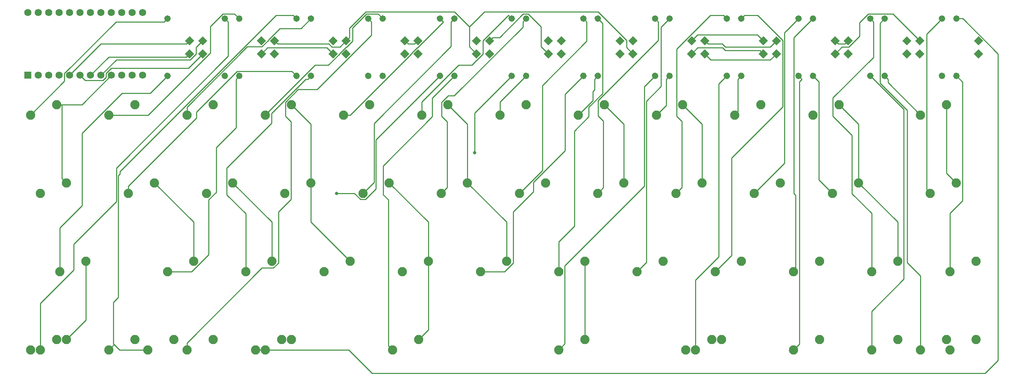
<source format=gbl>
G04 #@! TF.GenerationSoftware,KiCad,Pcbnew,5.1.7*
G04 #@! TF.CreationDate,2020-11-29T13:06:50+02:00*
G04 #@! TF.ProjectId,PM THT Van,504d2054-4854-4205-9661-6e2e6b696361,rev?*
G04 #@! TF.SameCoordinates,Original*
G04 #@! TF.FileFunction,Copper,L2,Bot*
G04 #@! TF.FilePolarity,Positive*
%FSLAX46Y46*%
G04 Gerber Fmt 4.6, Leading zero omitted, Abs format (unit mm)*
G04 Created by KiCad (PCBNEW 5.1.7) date 2020-11-29 13:06:50*
%MOMM*%
%LPD*%
G01*
G04 APERTURE LIST*
G04 #@! TA.AperFunction,ComponentPad*
%ADD10C,2.250000*%
G04 #@! TD*
G04 #@! TA.AperFunction,ComponentPad*
%ADD11C,0.100000*%
G04 #@! TD*
G04 #@! TA.AperFunction,ComponentPad*
%ADD12C,1.752600*%
G04 #@! TD*
G04 #@! TA.AperFunction,ComponentPad*
%ADD13R,1.752600X1.752600*%
G04 #@! TD*
G04 #@! TA.AperFunction,ViaPad*
%ADD14C,0.800000*%
G04 #@! TD*
G04 #@! TA.AperFunction,Conductor*
%ADD15C,0.250000*%
G04 #@! TD*
G04 APERTURE END LIST*
D10*
G04 #@! TO.P,SW19,2*
G04 #@! TO.N,COL4*
X139065000Y-125095000D03*
G04 #@! TO.P,SW19,1*
G04 #@! TO.N,Net-(D19-Pad2)*
X132715000Y-127635000D03*
G04 #@! TD*
G04 #@! TO.P,SW26,2*
G04 #@! TO.N,COL6*
X179546000Y-125095000D03*
G04 #@! TO.P,SW26,1*
G04 #@! TO.N,Net-(D26-Pad2)*
X173196000Y-127635000D03*
G04 #@! TD*
G04 #@! TO.P,SW46,2*
G04 #@! TO.N,COL11*
X267652000Y-67945000D03*
G04 #@! TO.P,SW46,1*
G04 #@! TO.N,Net-(D43-Pad2)*
X261302000Y-70485000D03*
G04 #@! TD*
G04 #@! TO.P,SW40,2*
G04 #@! TO.N,COL11*
X267652000Y-125095000D03*
G04 #@! TO.P,SW40,1*
G04 #@! TO.N,Net-(D41-Pad2)*
X261302000Y-127635000D03*
G04 #@! TD*
G04 #@! TO.P,SW3,2*
G04 #@! TO.N,COL0*
X58102500Y-106045000D03*
G04 #@! TO.P,SW3,1*
G04 #@! TO.N,Net-(D3-Pad2)*
X51752500Y-108585000D03*
G04 #@! TD*
G04 #@! TO.P,SW47,2*
G04 #@! TO.N,COL11*
X270034000Y-86995000D03*
G04 #@! TO.P,SW47,1*
G04 #@! TO.N,Net-(D44-Pad2)*
X263684000Y-89535000D03*
G04 #@! TD*
G04 #@! TO.P,SW35,2*
G04 #@! TO.N,COL8*
X236696000Y-125095000D03*
G04 #@! TO.P,SW35,1*
G04 #@! TO.N,Net-(D34-Pad2)*
X230346000Y-127635000D03*
G04 #@! TD*
G04 #@! TO.P,SW31,2*
G04 #@! TO.N,COL7*
X212884000Y-125095000D03*
G04 #@! TO.P,SW31,1*
G04 #@! TO.N,Net-(D30-Pad2)*
X206534000Y-127635000D03*
G04 #@! TD*
G04 #@! TO.P,SW8,2*
G04 #@! TO.N,COL1*
X79533800Y-125095000D03*
G04 #@! TO.P,SW8,1*
G04 #@! TO.N,Net-(D8-Pad2)*
X73183800Y-127635000D03*
G04 #@! TD*
G04 #@! TO.P,SW30,2*
G04 #@! TO.N,COL7*
X210502000Y-125095000D03*
G04 #@! TO.P,SW30,1*
G04 #@! TO.N,Net-(D30-Pad2)*
X204152000Y-127635000D03*
G04 #@! TD*
G04 #@! TO.P,SW12,2*
G04 #@! TO.N,COL3*
X105728000Y-125095000D03*
G04 #@! TO.P,SW12,1*
G04 #@! TO.N,N/C*
X99378000Y-127635000D03*
G04 #@! TD*
G04 #@! TO.P,SW4,2*
G04 #@! TO.N,COL0*
X53340000Y-125095000D03*
G04 #@! TO.P,SW4,1*
G04 #@! TO.N,Net-(D4-Pad2)*
X46990000Y-127635000D03*
G04 #@! TD*
G04 #@! TO.P,SW2,2*
G04 #@! TO.N,COL0*
X53340000Y-86995000D03*
G04 #@! TO.P,SW2,1*
G04 #@! TO.N,Net-(D2-Pad2)*
X46990000Y-89535000D03*
G04 #@! TD*
G04 #@! TO.P,SW53,2*
G04 #@! TO.N,COL3*
X108109000Y-125095000D03*
G04 #@! TO.P,SW53,1*
G04 #@! TO.N,N/C*
X101759000Y-127635000D03*
G04 #@! TD*
G04 #@! TO.P,SW52,2*
G04 #@! TO.N,COL2*
X89058800Y-125095000D03*
G04 #@! TO.P,SW52,1*
G04 #@! TO.N,Net-(D12-Pad2)*
X82708800Y-127635000D03*
G04 #@! TD*
G04 #@! TO.P,SW51,2*
G04 #@! TO.N,COL1*
X70008800Y-125095000D03*
G04 #@! TO.P,SW51,1*
G04 #@! TO.N,Net-(D8-Pad2)*
X63658800Y-127635000D03*
G04 #@! TD*
G04 #@! TO.P,SW50,2*
G04 #@! TO.N,COL0*
X50958800Y-125095000D03*
G04 #@! TO.P,SW50,1*
G04 #@! TO.N,Net-(D4-Pad2)*
X44608800Y-127635000D03*
G04 #@! TD*
G04 #@! TO.P,SW48,2*
G04 #@! TO.N,COL11*
X274796000Y-106045000D03*
G04 #@! TO.P,SW48,1*
G04 #@! TO.N,Net-(D45-Pad2)*
X268446000Y-108585000D03*
G04 #@! TD*
G04 #@! TO.P,SW45,2*
G04 #@! TO.N,COL10*
X241459000Y-67945000D03*
G04 #@! TO.P,SW45,1*
G04 #@! TO.N,Net-(D42-Pad2)*
X235109000Y-70485000D03*
G04 #@! TD*
G04 #@! TO.P,SW44,2*
G04 #@! TO.N,COL11*
X274796000Y-125095000D03*
G04 #@! TO.P,SW44,1*
G04 #@! TO.N,Net-(D41-Pad2)*
X268446000Y-127635000D03*
G04 #@! TD*
G04 #@! TO.P,SW43,2*
G04 #@! TO.N,COL10*
X255746000Y-106045000D03*
G04 #@! TO.P,SW43,1*
G04 #@! TO.N,Net-(D40-Pad2)*
X249396000Y-108585000D03*
G04 #@! TD*
G04 #@! TO.P,SW42,2*
G04 #@! TO.N,COL10*
X246221000Y-86995000D03*
G04 #@! TO.P,SW42,1*
G04 #@! TO.N,Net-(D39-Pad2)*
X239871000Y-89535000D03*
G04 #@! TD*
G04 #@! TO.P,SW41,2*
G04 #@! TO.N,COL9*
X255746000Y-125095000D03*
G04 #@! TO.P,SW41,1*
G04 #@! TO.N,Net-(D38-Pad2)*
X249396000Y-127635000D03*
G04 #@! TD*
G04 #@! TO.P,SW39,2*
G04 #@! TO.N,COL9*
X236696000Y-106045000D03*
G04 #@! TO.P,SW39,1*
G04 #@! TO.N,Net-(D37-Pad2)*
X230346000Y-108585000D03*
G04 #@! TD*
G04 #@! TO.P,SW38,2*
G04 #@! TO.N,COL9*
X227171000Y-86995000D03*
G04 #@! TO.P,SW38,1*
G04 #@! TO.N,Net-(D36-Pad2)*
X220821000Y-89535000D03*
G04 #@! TD*
G04 #@! TO.P,SW37,2*
G04 #@! TO.N,COL9*
X222409000Y-67945000D03*
G04 #@! TO.P,SW37,1*
G04 #@! TO.N,Net-(D35-Pad2)*
X216059000Y-70485000D03*
G04 #@! TD*
G04 #@! TO.P,SW36,2*
G04 #@! TO.N,COL8*
X236696000Y-125095000D03*
G04 #@! TO.P,SW36,1*
G04 #@! TO.N,Net-(D34-Pad2)*
X230346000Y-127635000D03*
G04 #@! TD*
G04 #@! TO.P,SW34,2*
G04 #@! TO.N,COL8*
X217646000Y-106045000D03*
G04 #@! TO.P,SW34,1*
G04 #@! TO.N,Net-(D33-Pad2)*
X211296000Y-108585000D03*
G04 #@! TD*
G04 #@! TO.P,SW33,2*
G04 #@! TO.N,COL8*
X208121000Y-86995000D03*
G04 #@! TO.P,SW33,1*
G04 #@! TO.N,Net-(D32-Pad2)*
X201771000Y-89535000D03*
G04 #@! TD*
G04 #@! TO.P,SW32,2*
G04 #@! TO.N,COL8*
X203359000Y-67945000D03*
G04 #@! TO.P,SW32,1*
G04 #@! TO.N,Net-(D31-Pad2)*
X197009000Y-70485000D03*
G04 #@! TD*
G04 #@! TO.P,SW29,2*
G04 #@! TO.N,COL7*
X198596000Y-106045000D03*
G04 #@! TO.P,SW29,1*
G04 #@! TO.N,Net-(D29-Pad2)*
X192246000Y-108585000D03*
G04 #@! TD*
G04 #@! TO.P,SW28,2*
G04 #@! TO.N,COL7*
X189071000Y-86995000D03*
G04 #@! TO.P,SW28,1*
G04 #@! TO.N,Net-(D28-Pad2)*
X182721000Y-89535000D03*
G04 #@! TD*
G04 #@! TO.P,SW27,2*
G04 #@! TO.N,COL7*
X184309000Y-67945000D03*
G04 #@! TO.P,SW27,1*
G04 #@! TO.N,Net-(D27-Pad2)*
X177959000Y-70485000D03*
G04 #@! TD*
G04 #@! TO.P,SW25,2*
G04 #@! TO.N,COL6*
X179546000Y-106045000D03*
G04 #@! TO.P,SW25,1*
G04 #@! TO.N,Net-(D25-Pad2)*
X173196000Y-108585000D03*
G04 #@! TD*
G04 #@! TO.P,SW24,2*
G04 #@! TO.N,COL6*
X170021000Y-86995000D03*
G04 #@! TO.P,SW24,1*
G04 #@! TO.N,Net-(D24-Pad2)*
X163671000Y-89535000D03*
G04 #@! TD*
G04 #@! TO.P,SW23,2*
G04 #@! TO.N,COL6*
X165259000Y-67945000D03*
G04 #@! TO.P,SW23,1*
G04 #@! TO.N,Net-(D23-Pad2)*
X158909000Y-70485000D03*
G04 #@! TD*
G04 #@! TO.P,SW22,2*
G04 #@! TO.N,COL5*
X160496000Y-106045000D03*
G04 #@! TO.P,SW22,1*
G04 #@! TO.N,Net-(D22-Pad2)*
X154146000Y-108585000D03*
G04 #@! TD*
G04 #@! TO.P,SW21,2*
G04 #@! TO.N,COL5*
X150971000Y-86995000D03*
G04 #@! TO.P,SW21,1*
G04 #@! TO.N,Net-(D21-Pad2)*
X144621000Y-89535000D03*
G04 #@! TD*
G04 #@! TO.P,SW20,2*
G04 #@! TO.N,COL5*
X146209000Y-67945000D03*
G04 #@! TO.P,SW20,1*
G04 #@! TO.N,Net-(D20-Pad2)*
X139859000Y-70485000D03*
G04 #@! TD*
G04 #@! TO.P,SW18,2*
G04 #@! TO.N,COL4*
X141446000Y-106045000D03*
G04 #@! TO.P,SW18,1*
G04 #@! TO.N,Net-(D18-Pad2)*
X135096000Y-108585000D03*
G04 #@! TD*
G04 #@! TO.P,SW17,2*
G04 #@! TO.N,COL4*
X131921000Y-86995000D03*
G04 #@! TO.P,SW17,1*
G04 #@! TO.N,Net-(D17-Pad2)*
X125571000Y-89535000D03*
G04 #@! TD*
G04 #@! TO.P,SW16,2*
G04 #@! TO.N,COL4*
X127159000Y-67945000D03*
G04 #@! TO.P,SW16,1*
G04 #@! TO.N,Net-(D16-Pad2)*
X120809000Y-70485000D03*
G04 #@! TD*
G04 #@! TO.P,SW15,2*
G04 #@! TO.N,COL3*
X122396000Y-106045000D03*
G04 #@! TO.P,SW15,1*
G04 #@! TO.N,Net-(D15-Pad2)*
X116046000Y-108585000D03*
G04 #@! TD*
G04 #@! TO.P,SW14,2*
G04 #@! TO.N,COL3*
X112871000Y-86995000D03*
G04 #@! TO.P,SW14,1*
G04 #@! TO.N,Net-(D14-Pad2)*
X106521000Y-89535000D03*
G04 #@! TD*
G04 #@! TO.P,SW13,2*
G04 #@! TO.N,COL3*
X108109000Y-67945000D03*
G04 #@! TO.P,SW13,1*
G04 #@! TO.N,Net-(D13-Pad2)*
X101759000Y-70485000D03*
G04 #@! TD*
G04 #@! TO.P,SW11,2*
G04 #@! TO.N,COL2*
X103346000Y-106045000D03*
G04 #@! TO.P,SW11,1*
G04 #@! TO.N,Net-(D11-Pad2)*
X96996000Y-108585000D03*
G04 #@! TD*
G04 #@! TO.P,SW10,2*
G04 #@! TO.N,COL2*
X93821200Y-86995000D03*
G04 #@! TO.P,SW10,1*
G04 #@! TO.N,Net-(D10-Pad2)*
X87471200Y-89535000D03*
G04 #@! TD*
G04 #@! TO.P,SW9,2*
G04 #@! TO.N,COL2*
X89058800Y-67945000D03*
G04 #@! TO.P,SW9,1*
G04 #@! TO.N,Net-(D9-Pad2)*
X82708800Y-70485000D03*
G04 #@! TD*
G04 #@! TO.P,SW7,2*
G04 #@! TO.N,COL1*
X84296200Y-106045000D03*
G04 #@! TO.P,SW7,1*
G04 #@! TO.N,Net-(D7-Pad2)*
X77946200Y-108585000D03*
G04 #@! TD*
G04 #@! TO.P,SW6,2*
G04 #@! TO.N,COL1*
X74771200Y-86995000D03*
G04 #@! TO.P,SW6,1*
G04 #@! TO.N,Net-(D6-Pad2)*
X68421200Y-89535000D03*
G04 #@! TD*
G04 #@! TO.P,SW5,2*
G04 #@! TO.N,COL1*
X70008800Y-67945000D03*
G04 #@! TO.P,SW5,1*
G04 #@! TO.N,Net-(D5-Pad2)*
X63658800Y-70485000D03*
G04 #@! TD*
G04 #@! TO.P,SW1,2*
G04 #@! TO.N,COL0*
X50958800Y-67945000D03*
G04 #@! TO.P,SW1,1*
G04 #@! TO.N,Net-(D1-Pad2)*
X44608800Y-70485000D03*
G04 #@! TD*
G04 #@! TO.P,D46,2*
G04 #@! TO.N,N/C*
G04 #@! TA.AperFunction,ComponentPad*
G36*
G01*
X270608531Y-47565031D02*
X270608531Y-47565031D01*
G75*
G02*
X269477161Y-47565031I-565685J565685D01*
G01*
X269477161Y-47565031D01*
G75*
G02*
X269477161Y-46433661I565685J565685D01*
G01*
X269477161Y-46433661D01*
G75*
G02*
X270608531Y-46433661I565685J-565685D01*
G01*
X270608531Y-46433661D01*
G75*
G02*
X270608531Y-47565031I-565685J-565685D01*
G01*
G37*
G04 #@! TD.AperFunction*
G04 #@! TA.AperFunction,ComponentPad*
D11*
G04 #@! TO.P,D46,1*
G04 #@! TO.N,ROW3*
G36*
X276562371Y-52387500D02*
G01*
X275431000Y-53518871D01*
X274299629Y-52387500D01*
X275431000Y-51256129D01*
X276562371Y-52387500D01*
G37*
G04 #@! TD.AperFunction*
G04 #@! TD*
D12*
G04 #@! TO.P,U1,24*
G04 #@! TO.N,Net-(U1-Pad24)*
X43973800Y-45561200D03*
G04 #@! TO.P,U1,12*
G04 #@! TO.N,COL3*
X71913800Y-60801200D03*
G04 #@! TO.P,U1,23*
G04 #@! TO.N,Net-(U1-Pad23)*
X46513800Y-45561200D03*
G04 #@! TO.P,U1,22*
G04 #@! TO.N,Net-(U1-Pad22)*
X49053800Y-45561200D03*
G04 #@! TO.P,U1,21*
G04 #@! TO.N,Net-(U1-Pad21)*
X51593800Y-45561200D03*
G04 #@! TO.P,U1,20*
G04 #@! TO.N,COL4*
X54133800Y-45561200D03*
G04 #@! TO.P,U1,19*
G04 #@! TO.N,COL5*
X56673800Y-45561200D03*
G04 #@! TO.P,U1,18*
G04 #@! TO.N,COL6*
X59213800Y-45561200D03*
G04 #@! TO.P,U1,17*
G04 #@! TO.N,COL7*
X61753800Y-45561200D03*
G04 #@! TO.P,U1,16*
G04 #@! TO.N,COL8*
X64293800Y-45561200D03*
G04 #@! TO.P,U1,15*
G04 #@! TO.N,COL9*
X66833800Y-45561200D03*
G04 #@! TO.P,U1,14*
G04 #@! TO.N,COL10*
X69373800Y-45561200D03*
G04 #@! TO.P,U1,13*
G04 #@! TO.N,COL11*
X71913800Y-45561200D03*
G04 #@! TO.P,U1,11*
G04 #@! TO.N,COL2*
X69373800Y-60801200D03*
G04 #@! TO.P,U1,10*
G04 #@! TO.N,COL1*
X66833800Y-60801200D03*
G04 #@! TO.P,U1,9*
G04 #@! TO.N,COL0*
X64293800Y-60801200D03*
G04 #@! TO.P,U1,8*
G04 #@! TO.N,ROW3*
X61753800Y-60801200D03*
G04 #@! TO.P,U1,7*
G04 #@! TO.N,ROW2*
X59213800Y-60801200D03*
G04 #@! TO.P,U1,6*
G04 #@! TO.N,ROW1*
X56673800Y-60801200D03*
G04 #@! TO.P,U1,5*
G04 #@! TO.N,ROW0*
X54133800Y-60801200D03*
G04 #@! TO.P,U1,4*
G04 #@! TO.N,Net-(U1-Pad4)*
X51593800Y-60801200D03*
G04 #@! TO.P,U1,3*
G04 #@! TO.N,Net-(U1-Pad3)*
X49053800Y-60801200D03*
G04 #@! TO.P,U1,2*
G04 #@! TO.N,Net-(U1-Pad2)*
X46513800Y-60801200D03*
D13*
G04 #@! TO.P,U1,1*
G04 #@! TO.N,Net-(U1-Pad1)*
X43973800Y-60801200D03*
G04 #@! TD*
G04 #@! TO.P,D45,2*
G04 #@! TO.N,Net-(D45-Pad2)*
G04 #@! TA.AperFunction,ComponentPad*
G36*
G01*
X270608531Y-60384969D02*
X270608531Y-60384969D01*
G75*
G02*
X270608531Y-61516339I-565685J-565685D01*
G01*
X270608531Y-61516339D01*
G75*
G02*
X269477161Y-61516339I-565685J565685D01*
G01*
X269477161Y-61516339D01*
G75*
G02*
X269477161Y-60384969I565685J565685D01*
G01*
X269477161Y-60384969D01*
G75*
G02*
X270608531Y-60384969I565685J-565685D01*
G01*
G37*
G04 #@! TD.AperFunction*
G04 #@! TA.AperFunction,ComponentPad*
D11*
G04 #@! TO.P,D45,1*
G04 #@! TO.N,ROW2*
G36*
X275431000Y-54431129D02*
G01*
X276562371Y-55562500D01*
X275431000Y-56693871D01*
X274299629Y-55562500D01*
X275431000Y-54431129D01*
G37*
G04 #@! TD.AperFunction*
G04 #@! TD*
G04 #@! TO.P,D44,2*
G04 #@! TO.N,Net-(D44-Pad2)*
G04 #@! TA.AperFunction,ComponentPad*
G36*
G01*
X265966469Y-47565031D02*
X265966469Y-47565031D01*
G75*
G02*
X265966469Y-46433661I565685J565685D01*
G01*
X265966469Y-46433661D01*
G75*
G02*
X267097839Y-46433661I565685J-565685D01*
G01*
X267097839Y-46433661D01*
G75*
G02*
X267097839Y-47565031I-565685J-565685D01*
G01*
X267097839Y-47565031D01*
G75*
G02*
X265966469Y-47565031I-565685J565685D01*
G01*
G37*
G04 #@! TD.AperFunction*
G04 #@! TA.AperFunction,ComponentPad*
G04 #@! TO.P,D44,1*
G04 #@! TO.N,ROW1*
G36*
X261144000Y-53518871D02*
G01*
X260012629Y-52387500D01*
X261144000Y-51256129D01*
X262275371Y-52387500D01*
X261144000Y-53518871D01*
G37*
G04 #@! TD.AperFunction*
G04 #@! TD*
G04 #@! TO.P,D43,2*
G04 #@! TO.N,Net-(D43-Pad2)*
G04 #@! TA.AperFunction,ComponentPad*
G36*
G01*
X253146531Y-60384969D02*
X253146531Y-60384969D01*
G75*
G02*
X253146531Y-61516339I-565685J-565685D01*
G01*
X253146531Y-61516339D01*
G75*
G02*
X252015161Y-61516339I-565685J565685D01*
G01*
X252015161Y-61516339D01*
G75*
G02*
X252015161Y-60384969I565685J565685D01*
G01*
X252015161Y-60384969D01*
G75*
G02*
X253146531Y-60384969I565685J-565685D01*
G01*
G37*
G04 #@! TD.AperFunction*
G04 #@! TA.AperFunction,ComponentPad*
G04 #@! TO.P,D43,1*
G04 #@! TO.N,ROW0*
G36*
X257969000Y-54431129D02*
G01*
X259100371Y-55562500D01*
X257969000Y-56693871D01*
X256837629Y-55562500D01*
X257969000Y-54431129D01*
G37*
G04 #@! TD.AperFunction*
G04 #@! TD*
G04 #@! TO.P,D42,2*
G04 #@! TO.N,Net-(D42-Pad2)*
G04 #@! TA.AperFunction,ComponentPad*
G36*
G01*
X265966469Y-60384969D02*
X265966469Y-60384969D01*
G75*
G02*
X267097839Y-60384969I565685J-565685D01*
G01*
X267097839Y-60384969D01*
G75*
G02*
X267097839Y-61516339I-565685J-565685D01*
G01*
X267097839Y-61516339D01*
G75*
G02*
X265966469Y-61516339I-565685J565685D01*
G01*
X265966469Y-61516339D01*
G75*
G02*
X265966469Y-60384969I565685J565685D01*
G01*
G37*
G04 #@! TD.AperFunction*
G04 #@! TA.AperFunction,ComponentPad*
G04 #@! TO.P,D42,1*
G04 #@! TO.N,ROW0*
G36*
X260012629Y-55562500D02*
G01*
X261144000Y-54431129D01*
X262275371Y-55562500D01*
X261144000Y-56693871D01*
X260012629Y-55562500D01*
G37*
G04 #@! TD.AperFunction*
G04 #@! TD*
G04 #@! TO.P,D41,2*
G04 #@! TO.N,Net-(D41-Pad2)*
G04 #@! TA.AperFunction,ComponentPad*
G36*
G01*
X253146531Y-47565031D02*
X253146531Y-47565031D01*
G75*
G02*
X252015161Y-47565031I-565685J565685D01*
G01*
X252015161Y-47565031D01*
G75*
G02*
X252015161Y-46433661I565685J565685D01*
G01*
X252015161Y-46433661D01*
G75*
G02*
X253146531Y-46433661I565685J-565685D01*
G01*
X253146531Y-46433661D01*
G75*
G02*
X253146531Y-47565031I-565685J-565685D01*
G01*
G37*
G04 #@! TD.AperFunction*
G04 #@! TA.AperFunction,ComponentPad*
G04 #@! TO.P,D41,1*
G04 #@! TO.N,ROW3*
G36*
X259100371Y-52387500D02*
G01*
X257969000Y-53518871D01*
X256837629Y-52387500D01*
X257969000Y-51256129D01*
X259100371Y-52387500D01*
G37*
G04 #@! TD.AperFunction*
G04 #@! TD*
G04 #@! TO.P,D40,2*
G04 #@! TO.N,Net-(D40-Pad2)*
G04 #@! TA.AperFunction,ComponentPad*
G36*
G01*
X248503469Y-47565031D02*
X248503469Y-47565031D01*
G75*
G02*
X248503469Y-46433661I565685J565685D01*
G01*
X248503469Y-46433661D01*
G75*
G02*
X249634839Y-46433661I565685J-565685D01*
G01*
X249634839Y-46433661D01*
G75*
G02*
X249634839Y-47565031I-565685J-565685D01*
G01*
X249634839Y-47565031D01*
G75*
G02*
X248503469Y-47565031I-565685J565685D01*
G01*
G37*
G04 #@! TD.AperFunction*
G04 #@! TA.AperFunction,ComponentPad*
G04 #@! TO.P,D40,1*
G04 #@! TO.N,ROW2*
G36*
X243681000Y-53518871D02*
G01*
X242549629Y-52387500D01*
X243681000Y-51256129D01*
X244812371Y-52387500D01*
X243681000Y-53518871D01*
G37*
G04 #@! TD.AperFunction*
G04 #@! TD*
G04 #@! TO.P,D39,2*
G04 #@! TO.N,Net-(D39-Pad2)*
G04 #@! TA.AperFunction,ComponentPad*
G36*
G01*
X235683531Y-60384969D02*
X235683531Y-60384969D01*
G75*
G02*
X235683531Y-61516339I-565685J-565685D01*
G01*
X235683531Y-61516339D01*
G75*
G02*
X234552161Y-61516339I-565685J565685D01*
G01*
X234552161Y-61516339D01*
G75*
G02*
X234552161Y-60384969I565685J565685D01*
G01*
X234552161Y-60384969D01*
G75*
G02*
X235683531Y-60384969I565685J-565685D01*
G01*
G37*
G04 #@! TD.AperFunction*
G04 #@! TA.AperFunction,ComponentPad*
G04 #@! TO.P,D39,1*
G04 #@! TO.N,ROW1*
G36*
X240506000Y-54431129D02*
G01*
X241637371Y-55562500D01*
X240506000Y-56693871D01*
X239374629Y-55562500D01*
X240506000Y-54431129D01*
G37*
G04 #@! TD.AperFunction*
G04 #@! TD*
G04 #@! TO.P,D38,2*
G04 #@! TO.N,Net-(D38-Pad2)*
G04 #@! TA.AperFunction,ComponentPad*
G36*
G01*
X248503469Y-60384969D02*
X248503469Y-60384969D01*
G75*
G02*
X249634839Y-60384969I565685J-565685D01*
G01*
X249634839Y-60384969D01*
G75*
G02*
X249634839Y-61516339I-565685J-565685D01*
G01*
X249634839Y-61516339D01*
G75*
G02*
X248503469Y-61516339I-565685J565685D01*
G01*
X248503469Y-61516339D01*
G75*
G02*
X248503469Y-60384969I565685J565685D01*
G01*
G37*
G04 #@! TD.AperFunction*
G04 #@! TA.AperFunction,ComponentPad*
G04 #@! TO.P,D38,1*
G04 #@! TO.N,ROW3*
G36*
X242549629Y-55562500D02*
G01*
X243681000Y-54431129D01*
X244812371Y-55562500D01*
X243681000Y-56693871D01*
X242549629Y-55562500D01*
G37*
G04 #@! TD.AperFunction*
G04 #@! TD*
G04 #@! TO.P,D37,2*
G04 #@! TO.N,Net-(D37-Pad2)*
G04 #@! TA.AperFunction,ComponentPad*
G36*
G01*
X235683531Y-47565031D02*
X235683531Y-47565031D01*
G75*
G02*
X234552161Y-47565031I-565685J565685D01*
G01*
X234552161Y-47565031D01*
G75*
G02*
X234552161Y-46433661I565685J565685D01*
G01*
X234552161Y-46433661D01*
G75*
G02*
X235683531Y-46433661I565685J-565685D01*
G01*
X235683531Y-46433661D01*
G75*
G02*
X235683531Y-47565031I-565685J-565685D01*
G01*
G37*
G04 #@! TD.AperFunction*
G04 #@! TA.AperFunction,ComponentPad*
G04 #@! TO.P,D37,1*
G04 #@! TO.N,ROW2*
G36*
X241637371Y-52387500D02*
G01*
X240506000Y-53518871D01*
X239374629Y-52387500D01*
X240506000Y-51256129D01*
X241637371Y-52387500D01*
G37*
G04 #@! TD.AperFunction*
G04 #@! TD*
G04 #@! TO.P,D36,2*
G04 #@! TO.N,Net-(D36-Pad2)*
G04 #@! TA.AperFunction,ComponentPad*
G36*
G01*
X231041469Y-47565031D02*
X231041469Y-47565031D01*
G75*
G02*
X231041469Y-46433661I565685J565685D01*
G01*
X231041469Y-46433661D01*
G75*
G02*
X232172839Y-46433661I565685J-565685D01*
G01*
X232172839Y-46433661D01*
G75*
G02*
X232172839Y-47565031I-565685J-565685D01*
G01*
X232172839Y-47565031D01*
G75*
G02*
X231041469Y-47565031I-565685J565685D01*
G01*
G37*
G04 #@! TD.AperFunction*
G04 #@! TA.AperFunction,ComponentPad*
G04 #@! TO.P,D36,1*
G04 #@! TO.N,ROW1*
G36*
X226219000Y-53518871D02*
G01*
X225087629Y-52387500D01*
X226219000Y-51256129D01*
X227350371Y-52387500D01*
X226219000Y-53518871D01*
G37*
G04 #@! TD.AperFunction*
G04 #@! TD*
G04 #@! TO.P,D35,2*
G04 #@! TO.N,Net-(D35-Pad2)*
G04 #@! TA.AperFunction,ComponentPad*
G36*
G01*
X218221531Y-60384969D02*
X218221531Y-60384969D01*
G75*
G02*
X218221531Y-61516339I-565685J-565685D01*
G01*
X218221531Y-61516339D01*
G75*
G02*
X217090161Y-61516339I-565685J565685D01*
G01*
X217090161Y-61516339D01*
G75*
G02*
X217090161Y-60384969I565685J565685D01*
G01*
X217090161Y-60384969D01*
G75*
G02*
X218221531Y-60384969I565685J-565685D01*
G01*
G37*
G04 #@! TD.AperFunction*
G04 #@! TA.AperFunction,ComponentPad*
G04 #@! TO.P,D35,1*
G04 #@! TO.N,ROW0*
G36*
X223044000Y-54431129D02*
G01*
X224175371Y-55562500D01*
X223044000Y-56693871D01*
X221912629Y-55562500D01*
X223044000Y-54431129D01*
G37*
G04 #@! TD.AperFunction*
G04 #@! TD*
G04 #@! TO.P,D34,2*
G04 #@! TO.N,Net-(D34-Pad2)*
G04 #@! TA.AperFunction,ComponentPad*
G36*
G01*
X231041469Y-60384969D02*
X231041469Y-60384969D01*
G75*
G02*
X232172839Y-60384969I565685J-565685D01*
G01*
X232172839Y-60384969D01*
G75*
G02*
X232172839Y-61516339I-565685J-565685D01*
G01*
X232172839Y-61516339D01*
G75*
G02*
X231041469Y-61516339I-565685J565685D01*
G01*
X231041469Y-61516339D01*
G75*
G02*
X231041469Y-60384969I565685J565685D01*
G01*
G37*
G04 #@! TD.AperFunction*
G04 #@! TA.AperFunction,ComponentPad*
G04 #@! TO.P,D34,1*
G04 #@! TO.N,ROW3*
G36*
X225087629Y-55562500D02*
G01*
X226219000Y-54431129D01*
X227350371Y-55562500D01*
X226219000Y-56693871D01*
X225087629Y-55562500D01*
G37*
G04 #@! TD.AperFunction*
G04 #@! TD*
G04 #@! TO.P,D33,2*
G04 #@! TO.N,Net-(D33-Pad2)*
G04 #@! TA.AperFunction,ComponentPad*
G36*
G01*
X218221531Y-47565031D02*
X218221531Y-47565031D01*
G75*
G02*
X217090161Y-47565031I-565685J565685D01*
G01*
X217090161Y-47565031D01*
G75*
G02*
X217090161Y-46433661I565685J565685D01*
G01*
X217090161Y-46433661D01*
G75*
G02*
X218221531Y-46433661I565685J-565685D01*
G01*
X218221531Y-46433661D01*
G75*
G02*
X218221531Y-47565031I-565685J-565685D01*
G01*
G37*
G04 #@! TD.AperFunction*
G04 #@! TA.AperFunction,ComponentPad*
G04 #@! TO.P,D33,1*
G04 #@! TO.N,ROW2*
G36*
X224175371Y-52387500D02*
G01*
X223044000Y-53518871D01*
X221912629Y-52387500D01*
X223044000Y-51256129D01*
X224175371Y-52387500D01*
G37*
G04 #@! TD.AperFunction*
G04 #@! TD*
G04 #@! TO.P,D32,2*
G04 #@! TO.N,Net-(D32-Pad2)*
G04 #@! TA.AperFunction,ComponentPad*
G36*
G01*
X213578469Y-47565031D02*
X213578469Y-47565031D01*
G75*
G02*
X213578469Y-46433661I565685J565685D01*
G01*
X213578469Y-46433661D01*
G75*
G02*
X214709839Y-46433661I565685J-565685D01*
G01*
X214709839Y-46433661D01*
G75*
G02*
X214709839Y-47565031I-565685J-565685D01*
G01*
X214709839Y-47565031D01*
G75*
G02*
X213578469Y-47565031I-565685J565685D01*
G01*
G37*
G04 #@! TD.AperFunction*
G04 #@! TA.AperFunction,ComponentPad*
G04 #@! TO.P,D32,1*
G04 #@! TO.N,ROW1*
G36*
X208756000Y-53518871D02*
G01*
X207624629Y-52387500D01*
X208756000Y-51256129D01*
X209887371Y-52387500D01*
X208756000Y-53518871D01*
G37*
G04 #@! TD.AperFunction*
G04 #@! TD*
G04 #@! TO.P,D31,2*
G04 #@! TO.N,Net-(D31-Pad2)*
G04 #@! TA.AperFunction,ComponentPad*
G36*
G01*
X200758531Y-60384969D02*
X200758531Y-60384969D01*
G75*
G02*
X200758531Y-61516339I-565685J-565685D01*
G01*
X200758531Y-61516339D01*
G75*
G02*
X199627161Y-61516339I-565685J565685D01*
G01*
X199627161Y-61516339D01*
G75*
G02*
X199627161Y-60384969I565685J565685D01*
G01*
X199627161Y-60384969D01*
G75*
G02*
X200758531Y-60384969I565685J-565685D01*
G01*
G37*
G04 #@! TD.AperFunction*
G04 #@! TA.AperFunction,ComponentPad*
G04 #@! TO.P,D31,1*
G04 #@! TO.N,ROW0*
G36*
X205581000Y-54431129D02*
G01*
X206712371Y-55562500D01*
X205581000Y-56693871D01*
X204449629Y-55562500D01*
X205581000Y-54431129D01*
G37*
G04 #@! TD.AperFunction*
G04 #@! TD*
G04 #@! TO.P,D30,2*
G04 #@! TO.N,Net-(D30-Pad2)*
G04 #@! TA.AperFunction,ComponentPad*
G36*
G01*
X213578469Y-60384969D02*
X213578469Y-60384969D01*
G75*
G02*
X214709839Y-60384969I565685J-565685D01*
G01*
X214709839Y-60384969D01*
G75*
G02*
X214709839Y-61516339I-565685J-565685D01*
G01*
X214709839Y-61516339D01*
G75*
G02*
X213578469Y-61516339I-565685J565685D01*
G01*
X213578469Y-61516339D01*
G75*
G02*
X213578469Y-60384969I565685J565685D01*
G01*
G37*
G04 #@! TD.AperFunction*
G04 #@! TA.AperFunction,ComponentPad*
G04 #@! TO.P,D30,1*
G04 #@! TO.N,ROW3*
G36*
X207624629Y-55562500D02*
G01*
X208756000Y-54431129D01*
X209887371Y-55562500D01*
X208756000Y-56693871D01*
X207624629Y-55562500D01*
G37*
G04 #@! TD.AperFunction*
G04 #@! TD*
G04 #@! TO.P,D29,2*
G04 #@! TO.N,Net-(D29-Pad2)*
G04 #@! TA.AperFunction,ComponentPad*
G36*
G01*
X200758531Y-47565031D02*
X200758531Y-47565031D01*
G75*
G02*
X199627161Y-47565031I-565685J565685D01*
G01*
X199627161Y-47565031D01*
G75*
G02*
X199627161Y-46433661I565685J565685D01*
G01*
X199627161Y-46433661D01*
G75*
G02*
X200758531Y-46433661I565685J-565685D01*
G01*
X200758531Y-46433661D01*
G75*
G02*
X200758531Y-47565031I-565685J-565685D01*
G01*
G37*
G04 #@! TD.AperFunction*
G04 #@! TA.AperFunction,ComponentPad*
G04 #@! TO.P,D29,1*
G04 #@! TO.N,ROW2*
G36*
X206712371Y-52387500D02*
G01*
X205581000Y-53518871D01*
X204449629Y-52387500D01*
X205581000Y-51256129D01*
X206712371Y-52387500D01*
G37*
G04 #@! TD.AperFunction*
G04 #@! TD*
G04 #@! TO.P,D28,2*
G04 #@! TO.N,Net-(D28-Pad2)*
G04 #@! TA.AperFunction,ComponentPad*
G36*
G01*
X196116469Y-47565031D02*
X196116469Y-47565031D01*
G75*
G02*
X196116469Y-46433661I565685J565685D01*
G01*
X196116469Y-46433661D01*
G75*
G02*
X197247839Y-46433661I565685J-565685D01*
G01*
X197247839Y-46433661D01*
G75*
G02*
X197247839Y-47565031I-565685J-565685D01*
G01*
X197247839Y-47565031D01*
G75*
G02*
X196116469Y-47565031I-565685J565685D01*
G01*
G37*
G04 #@! TD.AperFunction*
G04 #@! TA.AperFunction,ComponentPad*
G04 #@! TO.P,D28,1*
G04 #@! TO.N,ROW1*
G36*
X191294000Y-53518871D02*
G01*
X190162629Y-52387500D01*
X191294000Y-51256129D01*
X192425371Y-52387500D01*
X191294000Y-53518871D01*
G37*
G04 #@! TD.AperFunction*
G04 #@! TD*
G04 #@! TO.P,D27,2*
G04 #@! TO.N,Net-(D27-Pad2)*
G04 #@! TA.AperFunction,ComponentPad*
G36*
G01*
X183296531Y-60384969D02*
X183296531Y-60384969D01*
G75*
G02*
X183296531Y-61516339I-565685J-565685D01*
G01*
X183296531Y-61516339D01*
G75*
G02*
X182165161Y-61516339I-565685J565685D01*
G01*
X182165161Y-61516339D01*
G75*
G02*
X182165161Y-60384969I565685J565685D01*
G01*
X182165161Y-60384969D01*
G75*
G02*
X183296531Y-60384969I565685J-565685D01*
G01*
G37*
G04 #@! TD.AperFunction*
G04 #@! TA.AperFunction,ComponentPad*
G04 #@! TO.P,D27,1*
G04 #@! TO.N,ROW0*
G36*
X188119000Y-54431129D02*
G01*
X189250371Y-55562500D01*
X188119000Y-56693871D01*
X186987629Y-55562500D01*
X188119000Y-54431129D01*
G37*
G04 #@! TD.AperFunction*
G04 #@! TD*
G04 #@! TO.P,D26,2*
G04 #@! TO.N,Net-(D26-Pad2)*
G04 #@! TA.AperFunction,ComponentPad*
G36*
G01*
X196116469Y-60384969D02*
X196116469Y-60384969D01*
G75*
G02*
X197247839Y-60384969I565685J-565685D01*
G01*
X197247839Y-60384969D01*
G75*
G02*
X197247839Y-61516339I-565685J-565685D01*
G01*
X197247839Y-61516339D01*
G75*
G02*
X196116469Y-61516339I-565685J565685D01*
G01*
X196116469Y-61516339D01*
G75*
G02*
X196116469Y-60384969I565685J565685D01*
G01*
G37*
G04 #@! TD.AperFunction*
G04 #@! TA.AperFunction,ComponentPad*
G04 #@! TO.P,D26,1*
G04 #@! TO.N,ROW3*
G36*
X190162629Y-55562500D02*
G01*
X191294000Y-54431129D01*
X192425371Y-55562500D01*
X191294000Y-56693871D01*
X190162629Y-55562500D01*
G37*
G04 #@! TD.AperFunction*
G04 #@! TD*
G04 #@! TO.P,D25,2*
G04 #@! TO.N,Net-(D25-Pad2)*
G04 #@! TA.AperFunction,ComponentPad*
G36*
G01*
X183296531Y-47565031D02*
X183296531Y-47565031D01*
G75*
G02*
X182165161Y-47565031I-565685J565685D01*
G01*
X182165161Y-47565031D01*
G75*
G02*
X182165161Y-46433661I565685J565685D01*
G01*
X182165161Y-46433661D01*
G75*
G02*
X183296531Y-46433661I565685J-565685D01*
G01*
X183296531Y-46433661D01*
G75*
G02*
X183296531Y-47565031I-565685J-565685D01*
G01*
G37*
G04 #@! TD.AperFunction*
G04 #@! TA.AperFunction,ComponentPad*
G04 #@! TO.P,D25,1*
G04 #@! TO.N,ROW2*
G36*
X189250371Y-52387500D02*
G01*
X188119000Y-53518871D01*
X186987629Y-52387500D01*
X188119000Y-51256129D01*
X189250371Y-52387500D01*
G37*
G04 #@! TD.AperFunction*
G04 #@! TD*
G04 #@! TO.P,D24,2*
G04 #@! TO.N,Net-(D24-Pad2)*
G04 #@! TA.AperFunction,ComponentPad*
G36*
G01*
X178653469Y-47565031D02*
X178653469Y-47565031D01*
G75*
G02*
X178653469Y-46433661I565685J565685D01*
G01*
X178653469Y-46433661D01*
G75*
G02*
X179784839Y-46433661I565685J-565685D01*
G01*
X179784839Y-46433661D01*
G75*
G02*
X179784839Y-47565031I-565685J-565685D01*
G01*
X179784839Y-47565031D01*
G75*
G02*
X178653469Y-47565031I-565685J565685D01*
G01*
G37*
G04 #@! TD.AperFunction*
G04 #@! TA.AperFunction,ComponentPad*
G04 #@! TO.P,D24,1*
G04 #@! TO.N,ROW1*
G36*
X173831000Y-53518871D02*
G01*
X172699629Y-52387500D01*
X173831000Y-51256129D01*
X174962371Y-52387500D01*
X173831000Y-53518871D01*
G37*
G04 #@! TD.AperFunction*
G04 #@! TD*
G04 #@! TO.P,D23,2*
G04 #@! TO.N,Net-(D23-Pad2)*
G04 #@! TA.AperFunction,ComponentPad*
G36*
G01*
X165833531Y-60384969D02*
X165833531Y-60384969D01*
G75*
G02*
X165833531Y-61516339I-565685J-565685D01*
G01*
X165833531Y-61516339D01*
G75*
G02*
X164702161Y-61516339I-565685J565685D01*
G01*
X164702161Y-61516339D01*
G75*
G02*
X164702161Y-60384969I565685J565685D01*
G01*
X164702161Y-60384969D01*
G75*
G02*
X165833531Y-60384969I565685J-565685D01*
G01*
G37*
G04 #@! TD.AperFunction*
G04 #@! TA.AperFunction,ComponentPad*
G04 #@! TO.P,D23,1*
G04 #@! TO.N,ROW0*
G36*
X170656000Y-54431129D02*
G01*
X171787371Y-55562500D01*
X170656000Y-56693871D01*
X169524629Y-55562500D01*
X170656000Y-54431129D01*
G37*
G04 #@! TD.AperFunction*
G04 #@! TD*
G04 #@! TO.P,D22,2*
G04 #@! TO.N,Net-(D22-Pad2)*
G04 #@! TA.AperFunction,ComponentPad*
G36*
G01*
X178653469Y-60384969D02*
X178653469Y-60384969D01*
G75*
G02*
X179784839Y-60384969I565685J-565685D01*
G01*
X179784839Y-60384969D01*
G75*
G02*
X179784839Y-61516339I-565685J-565685D01*
G01*
X179784839Y-61516339D01*
G75*
G02*
X178653469Y-61516339I-565685J565685D01*
G01*
X178653469Y-61516339D01*
G75*
G02*
X178653469Y-60384969I565685J565685D01*
G01*
G37*
G04 #@! TD.AperFunction*
G04 #@! TA.AperFunction,ComponentPad*
G04 #@! TO.P,D22,1*
G04 #@! TO.N,ROW2*
G36*
X172699629Y-55562500D02*
G01*
X173831000Y-54431129D01*
X174962371Y-55562500D01*
X173831000Y-56693871D01*
X172699629Y-55562500D01*
G37*
G04 #@! TD.AperFunction*
G04 #@! TD*
G04 #@! TO.P,D21,2*
G04 #@! TO.N,Net-(D21-Pad2)*
G04 #@! TA.AperFunction,ComponentPad*
G36*
G01*
X165833531Y-47565031D02*
X165833531Y-47565031D01*
G75*
G02*
X164702161Y-47565031I-565685J565685D01*
G01*
X164702161Y-47565031D01*
G75*
G02*
X164702161Y-46433661I565685J565685D01*
G01*
X164702161Y-46433661D01*
G75*
G02*
X165833531Y-46433661I565685J-565685D01*
G01*
X165833531Y-46433661D01*
G75*
G02*
X165833531Y-47565031I-565685J-565685D01*
G01*
G37*
G04 #@! TD.AperFunction*
G04 #@! TA.AperFunction,ComponentPad*
G04 #@! TO.P,D21,1*
G04 #@! TO.N,ROW1*
G36*
X171787371Y-52387500D02*
G01*
X170656000Y-53518871D01*
X169524629Y-52387500D01*
X170656000Y-51256129D01*
X171787371Y-52387500D01*
G37*
G04 #@! TD.AperFunction*
G04 #@! TD*
G04 #@! TO.P,D20,2*
G04 #@! TO.N,Net-(D20-Pad2)*
G04 #@! TA.AperFunction,ComponentPad*
G36*
G01*
X161191469Y-47565031D02*
X161191469Y-47565031D01*
G75*
G02*
X161191469Y-46433661I565685J565685D01*
G01*
X161191469Y-46433661D01*
G75*
G02*
X162322839Y-46433661I565685J-565685D01*
G01*
X162322839Y-46433661D01*
G75*
G02*
X162322839Y-47565031I-565685J-565685D01*
G01*
X162322839Y-47565031D01*
G75*
G02*
X161191469Y-47565031I-565685J565685D01*
G01*
G37*
G04 #@! TD.AperFunction*
G04 #@! TA.AperFunction,ComponentPad*
G04 #@! TO.P,D20,1*
G04 #@! TO.N,ROW0*
G36*
X156369000Y-53518871D02*
G01*
X155237629Y-52387500D01*
X156369000Y-51256129D01*
X157500371Y-52387500D01*
X156369000Y-53518871D01*
G37*
G04 #@! TD.AperFunction*
G04 #@! TD*
G04 #@! TO.P,D19,2*
G04 #@! TO.N,Net-(D19-Pad2)*
G04 #@! TA.AperFunction,ComponentPad*
G36*
G01*
X148371531Y-60384969D02*
X148371531Y-60384969D01*
G75*
G02*
X148371531Y-61516339I-565685J-565685D01*
G01*
X148371531Y-61516339D01*
G75*
G02*
X147240161Y-61516339I-565685J565685D01*
G01*
X147240161Y-61516339D01*
G75*
G02*
X147240161Y-60384969I565685J565685D01*
G01*
X147240161Y-60384969D01*
G75*
G02*
X148371531Y-60384969I565685J-565685D01*
G01*
G37*
G04 #@! TD.AperFunction*
G04 #@! TA.AperFunction,ComponentPad*
G04 #@! TO.P,D19,1*
G04 #@! TO.N,ROW3*
G36*
X153194000Y-54431129D02*
G01*
X154325371Y-55562500D01*
X153194000Y-56693871D01*
X152062629Y-55562500D01*
X153194000Y-54431129D01*
G37*
G04 #@! TD.AperFunction*
G04 #@! TD*
G04 #@! TO.P,D18,2*
G04 #@! TO.N,Net-(D18-Pad2)*
G04 #@! TA.AperFunction,ComponentPad*
G36*
G01*
X161191469Y-60384969D02*
X161191469Y-60384969D01*
G75*
G02*
X162322839Y-60384969I565685J-565685D01*
G01*
X162322839Y-60384969D01*
G75*
G02*
X162322839Y-61516339I-565685J-565685D01*
G01*
X162322839Y-61516339D01*
G75*
G02*
X161191469Y-61516339I-565685J565685D01*
G01*
X161191469Y-61516339D01*
G75*
G02*
X161191469Y-60384969I565685J565685D01*
G01*
G37*
G04 #@! TD.AperFunction*
G04 #@! TA.AperFunction,ComponentPad*
G04 #@! TO.P,D18,1*
G04 #@! TO.N,ROW2*
G36*
X155237629Y-55562500D02*
G01*
X156369000Y-54431129D01*
X157500371Y-55562500D01*
X156369000Y-56693871D01*
X155237629Y-55562500D01*
G37*
G04 #@! TD.AperFunction*
G04 #@! TD*
G04 #@! TO.P,D17,2*
G04 #@! TO.N,Net-(D17-Pad2)*
G04 #@! TA.AperFunction,ComponentPad*
G36*
G01*
X148371531Y-47565031D02*
X148371531Y-47565031D01*
G75*
G02*
X147240161Y-47565031I-565685J565685D01*
G01*
X147240161Y-47565031D01*
G75*
G02*
X147240161Y-46433661I565685J565685D01*
G01*
X147240161Y-46433661D01*
G75*
G02*
X148371531Y-46433661I565685J-565685D01*
G01*
X148371531Y-46433661D01*
G75*
G02*
X148371531Y-47565031I-565685J-565685D01*
G01*
G37*
G04 #@! TD.AperFunction*
G04 #@! TA.AperFunction,ComponentPad*
G04 #@! TO.P,D17,1*
G04 #@! TO.N,ROW1*
G36*
X154325371Y-52387500D02*
G01*
X153194000Y-53518871D01*
X152062629Y-52387500D01*
X153194000Y-51256129D01*
X154325371Y-52387500D01*
G37*
G04 #@! TD.AperFunction*
G04 #@! TD*
G04 #@! TO.P,D16,2*
G04 #@! TO.N,Net-(D16-Pad2)*
G04 #@! TA.AperFunction,ComponentPad*
G36*
G01*
X143728469Y-47565031D02*
X143728469Y-47565031D01*
G75*
G02*
X143728469Y-46433661I565685J565685D01*
G01*
X143728469Y-46433661D01*
G75*
G02*
X144859839Y-46433661I565685J-565685D01*
G01*
X144859839Y-46433661D01*
G75*
G02*
X144859839Y-47565031I-565685J-565685D01*
G01*
X144859839Y-47565031D01*
G75*
G02*
X143728469Y-47565031I-565685J565685D01*
G01*
G37*
G04 #@! TD.AperFunction*
G04 #@! TA.AperFunction,ComponentPad*
G04 #@! TO.P,D16,1*
G04 #@! TO.N,ROW0*
G36*
X138906000Y-53518871D02*
G01*
X137774629Y-52387500D01*
X138906000Y-51256129D01*
X140037371Y-52387500D01*
X138906000Y-53518871D01*
G37*
G04 #@! TD.AperFunction*
G04 #@! TD*
G04 #@! TO.P,D15,2*
G04 #@! TO.N,Net-(D15-Pad2)*
G04 #@! TA.AperFunction,ComponentPad*
G36*
G01*
X130908531Y-60384969D02*
X130908531Y-60384969D01*
G75*
G02*
X130908531Y-61516339I-565685J-565685D01*
G01*
X130908531Y-61516339D01*
G75*
G02*
X129777161Y-61516339I-565685J565685D01*
G01*
X129777161Y-61516339D01*
G75*
G02*
X129777161Y-60384969I565685J565685D01*
G01*
X129777161Y-60384969D01*
G75*
G02*
X130908531Y-60384969I565685J-565685D01*
G01*
G37*
G04 #@! TD.AperFunction*
G04 #@! TA.AperFunction,ComponentPad*
G04 #@! TO.P,D15,1*
G04 #@! TO.N,ROW2*
G36*
X135731000Y-54431129D02*
G01*
X136862371Y-55562500D01*
X135731000Y-56693871D01*
X134599629Y-55562500D01*
X135731000Y-54431129D01*
G37*
G04 #@! TD.AperFunction*
G04 #@! TD*
G04 #@! TO.P,D14,2*
G04 #@! TO.N,Net-(D14-Pad2)*
G04 #@! TA.AperFunction,ComponentPad*
G36*
G01*
X143728469Y-60384969D02*
X143728469Y-60384969D01*
G75*
G02*
X144859839Y-60384969I565685J-565685D01*
G01*
X144859839Y-60384969D01*
G75*
G02*
X144859839Y-61516339I-565685J-565685D01*
G01*
X144859839Y-61516339D01*
G75*
G02*
X143728469Y-61516339I-565685J565685D01*
G01*
X143728469Y-61516339D01*
G75*
G02*
X143728469Y-60384969I565685J565685D01*
G01*
G37*
G04 #@! TD.AperFunction*
G04 #@! TA.AperFunction,ComponentPad*
G04 #@! TO.P,D14,1*
G04 #@! TO.N,ROW1*
G36*
X137774629Y-55562500D02*
G01*
X138906000Y-54431129D01*
X140037371Y-55562500D01*
X138906000Y-56693871D01*
X137774629Y-55562500D01*
G37*
G04 #@! TD.AperFunction*
G04 #@! TD*
G04 #@! TO.P,D13,2*
G04 #@! TO.N,Net-(D13-Pad2)*
G04 #@! TA.AperFunction,ComponentPad*
G36*
G01*
X130908531Y-47565031D02*
X130908531Y-47565031D01*
G75*
G02*
X129777161Y-47565031I-565685J565685D01*
G01*
X129777161Y-47565031D01*
G75*
G02*
X129777161Y-46433661I565685J565685D01*
G01*
X129777161Y-46433661D01*
G75*
G02*
X130908531Y-46433661I565685J-565685D01*
G01*
X130908531Y-46433661D01*
G75*
G02*
X130908531Y-47565031I-565685J-565685D01*
G01*
G37*
G04 #@! TD.AperFunction*
G04 #@! TA.AperFunction,ComponentPad*
G04 #@! TO.P,D13,1*
G04 #@! TO.N,ROW0*
G36*
X136862371Y-52387500D02*
G01*
X135731000Y-53518871D01*
X134599629Y-52387500D01*
X135731000Y-51256129D01*
X136862371Y-52387500D01*
G37*
G04 #@! TD.AperFunction*
G04 #@! TD*
G04 #@! TO.P,D12,2*
G04 #@! TO.N,Net-(D12-Pad2)*
G04 #@! TA.AperFunction,ComponentPad*
G36*
G01*
X126266469Y-47565031D02*
X126266469Y-47565031D01*
G75*
G02*
X126266469Y-46433661I565685J565685D01*
G01*
X126266469Y-46433661D01*
G75*
G02*
X127397839Y-46433661I565685J-565685D01*
G01*
X127397839Y-46433661D01*
G75*
G02*
X127397839Y-47565031I-565685J-565685D01*
G01*
X127397839Y-47565031D01*
G75*
G02*
X126266469Y-47565031I-565685J565685D01*
G01*
G37*
G04 #@! TD.AperFunction*
G04 #@! TA.AperFunction,ComponentPad*
G04 #@! TO.P,D12,1*
G04 #@! TO.N,ROW3*
G36*
X121444000Y-53518871D02*
G01*
X120312629Y-52387500D01*
X121444000Y-51256129D01*
X122575371Y-52387500D01*
X121444000Y-53518871D01*
G37*
G04 #@! TD.AperFunction*
G04 #@! TD*
G04 #@! TO.P,D11,2*
G04 #@! TO.N,Net-(D11-Pad2)*
G04 #@! TA.AperFunction,ComponentPad*
G36*
G01*
X113446531Y-60384969D02*
X113446531Y-60384969D01*
G75*
G02*
X113446531Y-61516339I-565685J-565685D01*
G01*
X113446531Y-61516339D01*
G75*
G02*
X112315161Y-61516339I-565685J565685D01*
G01*
X112315161Y-61516339D01*
G75*
G02*
X112315161Y-60384969I565685J565685D01*
G01*
X112315161Y-60384969D01*
G75*
G02*
X113446531Y-60384969I565685J-565685D01*
G01*
G37*
G04 #@! TD.AperFunction*
G04 #@! TA.AperFunction,ComponentPad*
G04 #@! TO.P,D11,1*
G04 #@! TO.N,ROW2*
G36*
X118269000Y-54431129D02*
G01*
X119400371Y-55562500D01*
X118269000Y-56693871D01*
X117137629Y-55562500D01*
X118269000Y-54431129D01*
G37*
G04 #@! TD.AperFunction*
G04 #@! TD*
G04 #@! TO.P,D10,2*
G04 #@! TO.N,Net-(D10-Pad2)*
G04 #@! TA.AperFunction,ComponentPad*
G36*
G01*
X126266469Y-60384969D02*
X126266469Y-60384969D01*
G75*
G02*
X127397839Y-60384969I565685J-565685D01*
G01*
X127397839Y-60384969D01*
G75*
G02*
X127397839Y-61516339I-565685J-565685D01*
G01*
X127397839Y-61516339D01*
G75*
G02*
X126266469Y-61516339I-565685J565685D01*
G01*
X126266469Y-61516339D01*
G75*
G02*
X126266469Y-60384969I565685J565685D01*
G01*
G37*
G04 #@! TD.AperFunction*
G04 #@! TA.AperFunction,ComponentPad*
G04 #@! TO.P,D10,1*
G04 #@! TO.N,ROW1*
G36*
X120312629Y-55562500D02*
G01*
X121444000Y-54431129D01*
X122575371Y-55562500D01*
X121444000Y-56693871D01*
X120312629Y-55562500D01*
G37*
G04 #@! TD.AperFunction*
G04 #@! TD*
G04 #@! TO.P,D9,2*
G04 #@! TO.N,Net-(D9-Pad2)*
G04 #@! TA.AperFunction,ComponentPad*
G36*
G01*
X113446531Y-47565031D02*
X113446531Y-47565031D01*
G75*
G02*
X112315161Y-47565031I-565685J565685D01*
G01*
X112315161Y-47565031D01*
G75*
G02*
X112315161Y-46433661I565685J565685D01*
G01*
X112315161Y-46433661D01*
G75*
G02*
X113446531Y-46433661I565685J-565685D01*
G01*
X113446531Y-46433661D01*
G75*
G02*
X113446531Y-47565031I-565685J-565685D01*
G01*
G37*
G04 #@! TD.AperFunction*
G04 #@! TA.AperFunction,ComponentPad*
G04 #@! TO.P,D9,1*
G04 #@! TO.N,ROW0*
G36*
X119400371Y-52387500D02*
G01*
X118269000Y-53518871D01*
X117137629Y-52387500D01*
X118269000Y-51256129D01*
X119400371Y-52387500D01*
G37*
G04 #@! TD.AperFunction*
G04 #@! TD*
G04 #@! TO.P,D8,2*
G04 #@! TO.N,Net-(D8-Pad2)*
G04 #@! TA.AperFunction,ComponentPad*
G36*
G01*
X108803469Y-47565031D02*
X108803469Y-47565031D01*
G75*
G02*
X108803469Y-46433661I565685J565685D01*
G01*
X108803469Y-46433661D01*
G75*
G02*
X109934839Y-46433661I565685J-565685D01*
G01*
X109934839Y-46433661D01*
G75*
G02*
X109934839Y-47565031I-565685J-565685D01*
G01*
X109934839Y-47565031D01*
G75*
G02*
X108803469Y-47565031I-565685J565685D01*
G01*
G37*
G04 #@! TD.AperFunction*
G04 #@! TA.AperFunction,ComponentPad*
G04 #@! TO.P,D8,1*
G04 #@! TO.N,ROW3*
G36*
X103981000Y-53518871D02*
G01*
X102849629Y-52387500D01*
X103981000Y-51256129D01*
X105112371Y-52387500D01*
X103981000Y-53518871D01*
G37*
G04 #@! TD.AperFunction*
G04 #@! TD*
G04 #@! TO.P,D7,2*
G04 #@! TO.N,Net-(D7-Pad2)*
G04 #@! TA.AperFunction,ComponentPad*
G36*
G01*
X95983531Y-60384969D02*
X95983531Y-60384969D01*
G75*
G02*
X95983531Y-61516339I-565685J-565685D01*
G01*
X95983531Y-61516339D01*
G75*
G02*
X94852161Y-61516339I-565685J565685D01*
G01*
X94852161Y-61516339D01*
G75*
G02*
X94852161Y-60384969I565685J565685D01*
G01*
X94852161Y-60384969D01*
G75*
G02*
X95983531Y-60384969I565685J-565685D01*
G01*
G37*
G04 #@! TD.AperFunction*
G04 #@! TA.AperFunction,ComponentPad*
G04 #@! TO.P,D7,1*
G04 #@! TO.N,ROW2*
G36*
X100806000Y-54431129D02*
G01*
X101937371Y-55562500D01*
X100806000Y-56693871D01*
X99674629Y-55562500D01*
X100806000Y-54431129D01*
G37*
G04 #@! TD.AperFunction*
G04 #@! TD*
G04 #@! TO.P,D6,2*
G04 #@! TO.N,Net-(D6-Pad2)*
G04 #@! TA.AperFunction,ComponentPad*
G36*
G01*
X108803469Y-60384969D02*
X108803469Y-60384969D01*
G75*
G02*
X109934839Y-60384969I565685J-565685D01*
G01*
X109934839Y-60384969D01*
G75*
G02*
X109934839Y-61516339I-565685J-565685D01*
G01*
X109934839Y-61516339D01*
G75*
G02*
X108803469Y-61516339I-565685J565685D01*
G01*
X108803469Y-61516339D01*
G75*
G02*
X108803469Y-60384969I565685J565685D01*
G01*
G37*
G04 #@! TD.AperFunction*
G04 #@! TA.AperFunction,ComponentPad*
G04 #@! TO.P,D6,1*
G04 #@! TO.N,ROW1*
G36*
X102849629Y-55562500D02*
G01*
X103981000Y-54431129D01*
X105112371Y-55562500D01*
X103981000Y-56693871D01*
X102849629Y-55562500D01*
G37*
G04 #@! TD.AperFunction*
G04 #@! TD*
G04 #@! TO.P,D5,2*
G04 #@! TO.N,Net-(D5-Pad2)*
G04 #@! TA.AperFunction,ComponentPad*
G36*
G01*
X95983531Y-47565031D02*
X95983531Y-47565031D01*
G75*
G02*
X94852161Y-47565031I-565685J565685D01*
G01*
X94852161Y-47565031D01*
G75*
G02*
X94852161Y-46433661I565685J565685D01*
G01*
X94852161Y-46433661D01*
G75*
G02*
X95983531Y-46433661I565685J-565685D01*
G01*
X95983531Y-46433661D01*
G75*
G02*
X95983531Y-47565031I-565685J-565685D01*
G01*
G37*
G04 #@! TD.AperFunction*
G04 #@! TA.AperFunction,ComponentPad*
G04 #@! TO.P,D5,1*
G04 #@! TO.N,ROW0*
G36*
X101937371Y-52387500D02*
G01*
X100806000Y-53518871D01*
X99674629Y-52387500D01*
X100806000Y-51256129D01*
X101937371Y-52387500D01*
G37*
G04 #@! TD.AperFunction*
G04 #@! TD*
G04 #@! TO.P,D4,2*
G04 #@! TO.N,Net-(D4-Pad2)*
G04 #@! TA.AperFunction,ComponentPad*
G36*
G01*
X91341269Y-47565031D02*
X91341269Y-47565031D01*
G75*
G02*
X91341269Y-46433661I565685J565685D01*
G01*
X91341269Y-46433661D01*
G75*
G02*
X92472639Y-46433661I565685J-565685D01*
G01*
X92472639Y-46433661D01*
G75*
G02*
X92472639Y-47565031I-565685J-565685D01*
G01*
X92472639Y-47565031D01*
G75*
G02*
X91341269Y-47565031I-565685J565685D01*
G01*
G37*
G04 #@! TD.AperFunction*
G04 #@! TA.AperFunction,ComponentPad*
G04 #@! TO.P,D4,1*
G04 #@! TO.N,ROW3*
G36*
X86518800Y-53518871D02*
G01*
X85387429Y-52387500D01*
X86518800Y-51256129D01*
X87650171Y-52387500D01*
X86518800Y-53518871D01*
G37*
G04 #@! TD.AperFunction*
G04 #@! TD*
G04 #@! TO.P,D3,2*
G04 #@! TO.N,Net-(D3-Pad2)*
G04 #@! TA.AperFunction,ComponentPad*
G36*
G01*
X78521331Y-60384969D02*
X78521331Y-60384969D01*
G75*
G02*
X78521331Y-61516339I-565685J-565685D01*
G01*
X78521331Y-61516339D01*
G75*
G02*
X77389961Y-61516339I-565685J565685D01*
G01*
X77389961Y-61516339D01*
G75*
G02*
X77389961Y-60384969I565685J565685D01*
G01*
X77389961Y-60384969D01*
G75*
G02*
X78521331Y-60384969I565685J-565685D01*
G01*
G37*
G04 #@! TD.AperFunction*
G04 #@! TA.AperFunction,ComponentPad*
G04 #@! TO.P,D3,1*
G04 #@! TO.N,ROW2*
G36*
X83343800Y-54431129D02*
G01*
X84475171Y-55562500D01*
X83343800Y-56693871D01*
X82212429Y-55562500D01*
X83343800Y-54431129D01*
G37*
G04 #@! TD.AperFunction*
G04 #@! TD*
G04 #@! TO.P,D2,2*
G04 #@! TO.N,Net-(D2-Pad2)*
G04 #@! TA.AperFunction,ComponentPad*
G36*
G01*
X91341269Y-60384969D02*
X91341269Y-60384969D01*
G75*
G02*
X92472639Y-60384969I565685J-565685D01*
G01*
X92472639Y-60384969D01*
G75*
G02*
X92472639Y-61516339I-565685J-565685D01*
G01*
X92472639Y-61516339D01*
G75*
G02*
X91341269Y-61516339I-565685J565685D01*
G01*
X91341269Y-61516339D01*
G75*
G02*
X91341269Y-60384969I565685J565685D01*
G01*
G37*
G04 #@! TD.AperFunction*
G04 #@! TA.AperFunction,ComponentPad*
G04 #@! TO.P,D2,1*
G04 #@! TO.N,ROW1*
G36*
X85387429Y-55562500D02*
G01*
X86518800Y-54431129D01*
X87650171Y-55562500D01*
X86518800Y-56693871D01*
X85387429Y-55562500D01*
G37*
G04 #@! TD.AperFunction*
G04 #@! TD*
G04 #@! TO.P,D1,2*
G04 #@! TO.N,Net-(D1-Pad2)*
G04 #@! TA.AperFunction,ComponentPad*
G36*
G01*
X78521331Y-47565031D02*
X78521331Y-47565031D01*
G75*
G02*
X77389961Y-47565031I-565685J565685D01*
G01*
X77389961Y-47565031D01*
G75*
G02*
X77389961Y-46433661I565685J565685D01*
G01*
X77389961Y-46433661D01*
G75*
G02*
X78521331Y-46433661I565685J-565685D01*
G01*
X78521331Y-46433661D01*
G75*
G02*
X78521331Y-47565031I-565685J-565685D01*
G01*
G37*
G04 #@! TD.AperFunction*
G04 #@! TA.AperFunction,ComponentPad*
G04 #@! TO.P,D1,1*
G04 #@! TO.N,ROW0*
G36*
X84475171Y-52387500D02*
G01*
X83343800Y-53518871D01*
X82212429Y-52387500D01*
X83343800Y-51256129D01*
X84475171Y-52387500D01*
G37*
G04 #@! TD.AperFunction*
G04 #@! TD*
D14*
G04 #@! TO.N,Net-(D14-Pad2)*
X119111900Y-89535000D03*
G04 #@! TO.N,Net-(D18-Pad2)*
X152728900Y-79636700D03*
G04 #@! TD*
D15*
G04 #@! TO.N,*
X99378000Y-127635000D02*
X101759000Y-127635000D01*
X101759000Y-127635000D02*
X122078750Y-127635000D01*
X122078750Y-127635000D02*
X127793750Y-133350000D01*
X127793750Y-133350000D02*
X277018750Y-133350000D01*
X277018750Y-133350000D02*
X280193750Y-130175000D01*
X271633852Y-46999346D02*
X270042846Y-46999346D01*
X280193750Y-55559244D02*
X271633852Y-46999346D01*
X280193750Y-130175000D02*
X280193750Y-55559244D01*
G04 #@! TO.N,Net-(D1-Pad2)*
X44608800Y-70485000D02*
X52863800Y-62230000D01*
X52863800Y-62230000D02*
X52863800Y-60359600D01*
X52863800Y-60359600D02*
X65428400Y-47795000D01*
X65428400Y-47795000D02*
X77159900Y-47795000D01*
X77955600Y-46999300D02*
X77159900Y-47795000D01*
G04 #@! TO.N,ROW0*
X83343800Y-52387500D02*
X82548100Y-53183200D01*
X54133800Y-60801200D02*
X61751800Y-53183200D01*
X61751800Y-53183200D02*
X82548100Y-53183200D01*
X223044000Y-55562500D02*
X222248300Y-54766800D01*
X205581000Y-55562500D02*
X207042600Y-54100900D01*
X207042600Y-54100900D02*
X213103600Y-54100900D01*
X213103600Y-54100900D02*
X213769500Y-54766800D01*
X213769500Y-54766800D02*
X222248300Y-54766800D01*
X156369000Y-52387500D02*
X157164700Y-51591800D01*
X157164700Y-51591800D02*
X158790200Y-51591800D01*
X158790200Y-51591800D02*
X164509300Y-45872700D01*
X164509300Y-45872700D02*
X165780800Y-45872700D01*
X165780800Y-45872700D02*
X168937800Y-49029700D01*
X168937800Y-49029700D02*
X168937800Y-53844300D01*
X168937800Y-53844300D02*
X170656000Y-55562500D01*
X138906000Y-52387500D02*
X138110300Y-53183200D01*
X135731000Y-52387500D02*
X136526700Y-53183200D01*
X136526700Y-53183200D02*
X138110300Y-53183200D01*
G04 #@! TO.N,ROW1*
X240506000Y-55562500D02*
X242182700Y-53885800D01*
X242182700Y-53885800D02*
X243863900Y-53885800D01*
X243863900Y-53885800D02*
X246446800Y-51302900D01*
X246446800Y-51302900D02*
X246446800Y-48014600D01*
X246446800Y-48014600D02*
X248606900Y-45854500D01*
X248606900Y-45854500D02*
X254611000Y-45854500D01*
X254611000Y-45854500D02*
X261144000Y-52387500D01*
X208756000Y-52387500D02*
X209551700Y-53183200D01*
X226219000Y-52387500D02*
X224730700Y-53875800D01*
X224730700Y-53875800D02*
X213740700Y-53875800D01*
X213740700Y-53875800D02*
X213048100Y-53183200D01*
X213048100Y-53183200D02*
X209551700Y-53183200D01*
X56673800Y-60801200D02*
X57909100Y-62036500D01*
X57909100Y-62036500D02*
X62229500Y-62036500D01*
X62229500Y-62036500D02*
X63023800Y-61242200D01*
X63023800Y-61242200D02*
X63023800Y-60302400D01*
X63023800Y-60302400D02*
X64278500Y-59047700D01*
X64278500Y-59047700D02*
X83033600Y-59047700D01*
X83033600Y-59047700D02*
X86518800Y-55562500D01*
G04 #@! TO.N,Net-(D3-Pad2)*
X77955600Y-60950700D02*
X73756600Y-65149700D01*
X73756600Y-65149700D02*
X66899800Y-65149700D01*
X66899800Y-65149700D02*
X57160700Y-74888800D01*
X57160700Y-74888800D02*
X57160700Y-92501200D01*
X57160700Y-92501200D02*
X51752500Y-97909400D01*
X51752500Y-97909400D02*
X51752500Y-108585000D01*
G04 #@! TO.N,ROW2*
X59213800Y-60801200D02*
X63656800Y-56358200D01*
X63656800Y-56358200D02*
X82548100Y-56358200D01*
X243681000Y-52387500D02*
X242885300Y-53183200D01*
X240506000Y-52387500D02*
X241301700Y-53183200D01*
X241301700Y-53183200D02*
X242885300Y-53183200D01*
X83343800Y-55562500D02*
X82548100Y-56358200D01*
X205581000Y-52387500D02*
X207040700Y-50927800D01*
X207040700Y-50927800D02*
X221584300Y-50927800D01*
X221584300Y-50927800D02*
X223044000Y-52387500D01*
X100806000Y-55562500D02*
X102294300Y-54074200D01*
X102294300Y-54074200D02*
X116780700Y-54074200D01*
X116780700Y-54074200D02*
X118269000Y-55562500D01*
G04 #@! TO.N,Net-(D4-Pad2)*
X91907000Y-46999300D02*
X92702700Y-47795000D01*
X92702700Y-47795000D02*
X92702700Y-56133600D01*
X92702700Y-56133600D02*
X65500400Y-83335900D01*
X65500400Y-83335900D02*
X65500400Y-91477200D01*
X65500400Y-91477200D02*
X55086900Y-101890700D01*
X55086900Y-101890700D02*
X55086900Y-108218300D01*
X55086900Y-108218300D02*
X46990000Y-116315200D01*
X46990000Y-116315200D02*
X46990000Y-127635000D01*
G04 #@! TO.N,ROW3*
X208756000Y-55562500D02*
X210265500Y-57072000D01*
X210265500Y-57072000D02*
X224709500Y-57072000D01*
X224709500Y-57072000D02*
X226219000Y-55562500D01*
X151475800Y-49030800D02*
X151475800Y-53844300D01*
X151475800Y-53844300D02*
X153194000Y-55562500D01*
X122239700Y-51591800D02*
X122239700Y-49342900D01*
X122239700Y-49342900D02*
X126197300Y-45385300D01*
X126197300Y-45385300D02*
X147830300Y-45385300D01*
X147830300Y-45385300D02*
X151475800Y-49030800D01*
X191294000Y-55562500D02*
X189706500Y-53975000D01*
X189706500Y-53975000D02*
X189706500Y-52336100D01*
X189706500Y-52336100D02*
X182752000Y-45381600D01*
X182752000Y-45381600D02*
X155125000Y-45381600D01*
X155125000Y-45381600D02*
X151475800Y-49030800D01*
X121444000Y-52387500D02*
X122239700Y-51591800D01*
X104776700Y-53183200D02*
X117219900Y-53183200D01*
X117219900Y-53183200D02*
X117917200Y-53880500D01*
X117917200Y-53880500D02*
X119951000Y-53880500D01*
X119951000Y-53880500D02*
X121444000Y-52387500D01*
X103981000Y-52387500D02*
X104776700Y-53183200D01*
X86518800Y-52387500D02*
X84931300Y-53975000D01*
X84931300Y-53975000D02*
X84931300Y-55610000D01*
X84931300Y-55610000D02*
X83515300Y-57026000D01*
X83515300Y-57026000D02*
X65529000Y-57026000D01*
X65529000Y-57026000D02*
X61753800Y-60801200D01*
G04 #@! TO.N,Net-(D5-Pad2)*
X95417800Y-46999300D02*
X94256500Y-45838000D01*
X94256500Y-45838000D02*
X91403800Y-45838000D01*
X91403800Y-45838000D02*
X88356600Y-48885200D01*
X88356600Y-48885200D02*
X88356600Y-55349100D01*
X88356600Y-55349100D02*
X73220700Y-70485000D01*
X73220700Y-70485000D02*
X63658800Y-70485000D01*
G04 #@! TO.N,Net-(D6-Pad2)*
X109369200Y-60950700D02*
X108243000Y-59824500D01*
X108243000Y-59824500D02*
X94903200Y-59824500D01*
X94903200Y-59824500D02*
X84971700Y-69756000D01*
X84971700Y-69756000D02*
X84971700Y-71189700D01*
X84971700Y-71189700D02*
X68421200Y-87740200D01*
X68421200Y-87740200D02*
X68421200Y-89535000D01*
G04 #@! TO.N,Net-(D7-Pad2)*
X95417800Y-60950700D02*
X94622200Y-61746300D01*
X94622200Y-61746300D02*
X94622200Y-61746400D01*
X94622200Y-61746400D02*
X94622200Y-73586200D01*
X94622200Y-73586200D02*
X89797700Y-78410700D01*
X89797700Y-78410700D02*
X89797700Y-89259700D01*
X89797700Y-89259700D02*
X87998900Y-91058500D01*
X87998900Y-91058500D02*
X87998900Y-104418500D01*
X87998900Y-104418500D02*
X83832400Y-108585000D01*
X83832400Y-108585000D02*
X77946200Y-108585000D01*
G04 #@! TO.N,Net-(D8-Pad2)*
X64958200Y-126335600D02*
X64769500Y-126147000D01*
X64769500Y-126147000D02*
X64769500Y-116036800D01*
X64769500Y-116036800D02*
X65950800Y-114855500D01*
X65950800Y-114855500D02*
X65950800Y-85273500D01*
X65950800Y-85273500D02*
X66401000Y-84823300D01*
X66401000Y-84823300D02*
X66401000Y-84186400D01*
X66401000Y-84186400D02*
X104383800Y-46203600D01*
X104383800Y-46203600D02*
X108573500Y-46203600D01*
X64958200Y-126335600D02*
X66257500Y-127635000D01*
X66257500Y-127635000D02*
X73183800Y-127635000D01*
X63658800Y-127635000D02*
X64958200Y-126335600D01*
X109369200Y-46999300D02*
X108573500Y-46203600D01*
G04 #@! TO.N,Net-(D9-Pad2)*
X82708800Y-70485000D02*
X82708800Y-68520600D01*
X82708800Y-68520600D02*
X97385100Y-53844300D01*
X97385100Y-53844300D02*
X100953600Y-53844300D01*
X100953600Y-53844300D02*
X102524200Y-52273700D01*
X102524200Y-52273700D02*
X102524200Y-52203600D01*
X102524200Y-52203600D02*
X105324700Y-49403100D01*
X105324700Y-49403100D02*
X110477000Y-49403100D01*
X110477000Y-49403100D02*
X112880800Y-46999300D01*
G04 #@! TO.N,Net-(D11-Pad2)*
X112880800Y-60950700D02*
X112085200Y-61746300D01*
X112085200Y-61746300D02*
X112085100Y-61746300D01*
X112085100Y-61746300D02*
X111611200Y-61746300D01*
X111611200Y-61746300D02*
X103249700Y-70107800D01*
X103249700Y-70107800D02*
X103249700Y-72459300D01*
X103249700Y-72459300D02*
X92363300Y-83345700D01*
X92363300Y-83345700D02*
X92363300Y-89862700D01*
X92363300Y-89862700D02*
X96996000Y-94495400D01*
X96996000Y-94495400D02*
X96996000Y-108585000D01*
G04 #@! TO.N,Net-(D12-Pad2)*
X126832200Y-46999300D02*
X127627900Y-47795000D01*
X127627900Y-47795000D02*
X127627900Y-51042200D01*
X127627900Y-51042200D02*
X114416600Y-64253500D01*
X114416600Y-64253500D02*
X109749200Y-64253500D01*
X109749200Y-64253500D02*
X106648900Y-67353800D01*
X106648900Y-67353800D02*
X106648900Y-70722500D01*
X106648900Y-70722500D02*
X108027200Y-72100800D01*
X108027200Y-72100800D02*
X108027200Y-90996500D01*
X108027200Y-90996500D02*
X104984200Y-94039500D01*
X104984200Y-94039500D02*
X104984200Y-106466600D01*
X104984200Y-106466600D02*
X103744400Y-107706400D01*
X103744400Y-107706400D02*
X100920600Y-107706400D01*
X100920600Y-107706400D02*
X82708800Y-125918200D01*
X82708800Y-125918200D02*
X82708800Y-127635000D01*
G04 #@! TO.N,Net-(D13-Pad2)*
X130342800Y-46999300D02*
X129179200Y-45835700D01*
X129179200Y-45835700D02*
X126384500Y-45835700D01*
X126384500Y-45835700D02*
X122978500Y-49241700D01*
X122978500Y-49241700D02*
X122978500Y-52488000D01*
X122978500Y-52488000D02*
X121491500Y-53975000D01*
X121491500Y-53975000D02*
X121396500Y-53975000D01*
X121396500Y-53975000D02*
X119856500Y-55515000D01*
X119856500Y-55515000D02*
X119856500Y-55597200D01*
X119856500Y-55597200D02*
X117125400Y-58328300D01*
X117125400Y-58328300D02*
X113832500Y-58328300D01*
X113832500Y-58328300D02*
X101759000Y-70401800D01*
X101759000Y-70401800D02*
X101759000Y-70485000D01*
G04 #@! TO.N,Net-(D14-Pad2)*
X144294200Y-60950700D02*
X128723900Y-76521000D01*
X128723900Y-76521000D02*
X128723900Y-88447800D01*
X128723900Y-88447800D02*
X126171900Y-90999800D01*
X126171900Y-90999800D02*
X124923500Y-90999800D01*
X124923500Y-90999800D02*
X123458700Y-89535000D01*
X123458700Y-89535000D02*
X119111900Y-89535000D01*
G04 #@! TO.N,Net-(D16-Pad2)*
X144294200Y-46999300D02*
X145089900Y-47795000D01*
X145089900Y-47795000D02*
X145089900Y-47838600D01*
X145089900Y-47838600D02*
X138822800Y-54105700D01*
X138822800Y-54105700D02*
X138727800Y-54105700D01*
X138727800Y-54105700D02*
X137318500Y-55515000D01*
X137318500Y-55515000D02*
X137318500Y-55624700D01*
X137318500Y-55624700D02*
X122458200Y-70485000D01*
X122458200Y-70485000D02*
X120809000Y-70485000D01*
G04 #@! TO.N,Net-(D17-Pad2)*
X147805800Y-46999300D02*
X147010100Y-47795000D01*
X147010100Y-47795000D02*
X147010100Y-53763700D01*
X147010100Y-53763700D02*
X128254200Y-72519600D01*
X128254200Y-72519600D02*
X128254200Y-86851800D01*
X128254200Y-86851800D02*
X125571000Y-89535000D01*
G04 #@! TO.N,Net-(D18-Pad2)*
X161757200Y-60950700D02*
X152728900Y-69979000D01*
X152728900Y-69979000D02*
X152728900Y-79636700D01*
G04 #@! TO.N,Net-(D19-Pad2)*
X147805800Y-60950700D02*
X142433600Y-66322900D01*
X142433600Y-66322900D02*
X142433600Y-70878000D01*
X142433600Y-70878000D02*
X130466100Y-82845500D01*
X130466100Y-82845500D02*
X130466100Y-89865700D01*
X130466100Y-89865700D02*
X131706600Y-91106200D01*
X131706600Y-91106200D02*
X131706600Y-126626600D01*
X131706600Y-126626600D02*
X132715000Y-127635000D01*
G04 #@! TO.N,Net-(D20-Pad2)*
X161757200Y-46999300D02*
X160961500Y-46203600D01*
X160961500Y-46203600D02*
X160948900Y-46203600D01*
X160948900Y-46203600D02*
X154781500Y-52371000D01*
X154781500Y-52371000D02*
X154781500Y-55579400D01*
X154781500Y-55579400D02*
X152032600Y-58328300D01*
X152032600Y-58328300D02*
X148828900Y-58328300D01*
X148828900Y-58328300D02*
X139859000Y-67298200D01*
X139859000Y-67298200D02*
X139859000Y-70485000D01*
G04 #@! TO.N,Net-(D21-Pad2)*
X165267800Y-46999300D02*
X164472100Y-47795000D01*
X164472100Y-47795000D02*
X164472100Y-49067500D01*
X164472100Y-49067500D02*
X147775400Y-65764200D01*
X147775400Y-65764200D02*
X146311300Y-65764200D01*
X146311300Y-65764200D02*
X144720400Y-67355100D01*
X144720400Y-67355100D02*
X144720400Y-70782000D01*
X144720400Y-70782000D02*
X146047400Y-72109000D01*
X146047400Y-72109000D02*
X146047400Y-88108600D01*
X146047400Y-88108600D02*
X144621000Y-89535000D01*
G04 #@! TO.N,Net-(D22-Pad2)*
X179219200Y-60950700D02*
X174710000Y-65459900D01*
X174710000Y-65459900D02*
X174710000Y-79132900D01*
X174710000Y-79132900D02*
X167005400Y-86837500D01*
X167005400Y-86837500D02*
X167005400Y-89168300D01*
X167005400Y-89168300D02*
X162134200Y-94039500D01*
X162134200Y-94039500D02*
X162134200Y-106466600D01*
X162134200Y-106466600D02*
X160015800Y-108585000D01*
X160015800Y-108585000D02*
X154146000Y-108585000D01*
G04 #@! TO.N,Net-(D23-Pad2)*
X165267800Y-60950700D02*
X158909000Y-67309500D01*
X158909000Y-67309500D02*
X158909000Y-70485000D01*
G04 #@! TO.N,Net-(D24-Pad2)*
X179219200Y-46999300D02*
X180014900Y-47795000D01*
X180014900Y-47795000D02*
X180014900Y-52493000D01*
X180014900Y-52493000D02*
X169217300Y-63290600D01*
X169217300Y-63290600D02*
X169217300Y-83988700D01*
X169217300Y-83988700D02*
X163671000Y-89535000D01*
G04 #@! TO.N,Net-(D25-Pad2)*
X182730800Y-46999300D02*
X183861100Y-48129600D01*
X183861100Y-48129600D02*
X183861100Y-65219800D01*
X183861100Y-65219800D02*
X180544400Y-68536500D01*
X180544400Y-68536500D02*
X180544400Y-70867300D01*
X180544400Y-70867300D02*
X177006100Y-74405600D01*
X177006100Y-74405600D02*
X177006100Y-97538100D01*
X177006100Y-97538100D02*
X173196000Y-101348200D01*
X173196000Y-101348200D02*
X173196000Y-108585000D01*
G04 #@! TO.N,Net-(D26-Pad2)*
X196682200Y-60950700D02*
X194088300Y-63544600D01*
X194088300Y-63544600D02*
X194088300Y-87797700D01*
X194088300Y-87797700D02*
X174686700Y-107199300D01*
X174686700Y-107199300D02*
X174686700Y-126144300D01*
X174686700Y-126144300D02*
X173196000Y-127635000D01*
G04 #@! TO.N,Net-(D27-Pad2)*
X181935200Y-61746300D02*
X181935200Y-61746400D01*
X181935200Y-61746400D02*
X181935200Y-64306300D01*
X181935200Y-64306300D02*
X181485000Y-64756500D01*
X181485000Y-64756500D02*
X181485000Y-66959000D01*
X181485000Y-66959000D02*
X177959000Y-70485000D01*
X182730800Y-60950700D02*
X181935200Y-61746300D01*
G04 #@! TO.N,Net-(D28-Pad2)*
X196682200Y-46999300D02*
X197477900Y-47795000D01*
X197477900Y-47795000D02*
X197477900Y-52257100D01*
X197477900Y-52257100D02*
X182816700Y-66918300D01*
X182816700Y-66918300D02*
X182816700Y-70690300D01*
X182816700Y-70690300D02*
X184101200Y-71974800D01*
X184101200Y-71974800D02*
X184101200Y-88154800D01*
X184101200Y-88154800D02*
X182721000Y-89535000D01*
G04 #@! TO.N,Net-(D29-Pad2)*
X200192800Y-46999300D02*
X198119200Y-49072900D01*
X198119200Y-49072900D02*
X198119200Y-63511800D01*
X198119200Y-63511800D02*
X194538700Y-67092300D01*
X194538700Y-67092300D02*
X194538700Y-106292300D01*
X194538700Y-106292300D02*
X192246000Y-108585000D01*
G04 #@! TO.N,Net-(D30-Pad2)*
X214144200Y-60950700D02*
X212197600Y-62897300D01*
X212197600Y-62897300D02*
X212197600Y-104962900D01*
X212197600Y-104962900D02*
X206534000Y-110626500D01*
X206534000Y-110626500D02*
X206534000Y-127635000D01*
G04 #@! TO.N,Net-(D31-Pad2)*
X200192800Y-60950700D02*
X199397200Y-61746300D01*
X199397200Y-61746300D02*
X199397200Y-61746400D01*
X199397200Y-61746400D02*
X199397200Y-68096800D01*
X199397200Y-68096800D02*
X197009000Y-70485000D01*
G04 #@! TO.N,Net-(D32-Pad2)*
X214144200Y-46999300D02*
X213348500Y-46203600D01*
X213348500Y-46203600D02*
X210144900Y-46203600D01*
X210144900Y-46203600D02*
X201908600Y-54439900D01*
X201908600Y-54439900D02*
X201908600Y-70732200D01*
X201908600Y-70732200D02*
X203169500Y-71993100D01*
X203169500Y-71993100D02*
X203169500Y-88136500D01*
X203169500Y-88136500D02*
X201771000Y-89535000D01*
G04 #@! TO.N,Net-(D33-Pad2)*
X217655800Y-46999300D02*
X218451500Y-46203600D01*
X218451500Y-46203600D02*
X221637900Y-46203600D01*
X221637900Y-46203600D02*
X227723900Y-52289600D01*
X227723900Y-52289600D02*
X227723900Y-68450100D01*
X227723900Y-68450100D02*
X215295000Y-80879000D01*
X215295000Y-80879000D02*
X215295000Y-104586000D01*
X215295000Y-104586000D02*
X211296000Y-108585000D01*
G04 #@! TO.N,Net-(D34-Pad2)*
X230346000Y-127635000D02*
X231801600Y-126179400D01*
X231801600Y-126179400D02*
X231801600Y-62347600D01*
X231801600Y-62347600D02*
X232402900Y-61746300D01*
X231607200Y-60950700D02*
X232402900Y-61746300D01*
G04 #@! TO.N,Net-(D35-Pad2)*
X217655800Y-60950700D02*
X216860200Y-61746300D01*
X216860200Y-61746300D02*
X216860200Y-61746400D01*
X216860200Y-61746400D02*
X216860200Y-69683800D01*
X216860200Y-69683800D02*
X216059000Y-70485000D01*
G04 #@! TO.N,Net-(D36-Pad2)*
X220821000Y-89535000D02*
X228174200Y-82181800D01*
X228174200Y-82181800D02*
X228174200Y-50432300D01*
X228174200Y-50432300D02*
X231607200Y-46999300D01*
G04 #@! TO.N,Net-(D37-Pad2)*
X235117800Y-46999300D02*
X230473000Y-51644100D01*
X230473000Y-51644100D02*
X230473000Y-89553700D01*
X230473000Y-89553700D02*
X230912100Y-89992800D01*
X230912100Y-89992800D02*
X230912100Y-108018900D01*
X230912100Y-108018900D02*
X230346000Y-108585000D01*
G04 #@! TO.N,Net-(D38-Pad2)*
X249069200Y-60950700D02*
X257196300Y-69077800D01*
X257196300Y-69077800D02*
X257196300Y-110414800D01*
X257196300Y-110414800D02*
X249396000Y-118215100D01*
X249396000Y-118215100D02*
X249396000Y-127635000D01*
G04 #@! TO.N,Net-(D39-Pad2)*
X235117800Y-60950700D02*
X236562500Y-62395400D01*
X236562500Y-62395400D02*
X236562500Y-86226500D01*
X236562500Y-86226500D02*
X239871000Y-89535000D01*
G04 #@! TO.N,Net-(D40-Pad2)*
X249069200Y-46999300D02*
X249864900Y-47795000D01*
X249864900Y-47795000D02*
X249864900Y-56417600D01*
X249864900Y-56417600D02*
X239981600Y-66300900D01*
X239981600Y-66300900D02*
X239981600Y-70793200D01*
X239981600Y-70793200D02*
X244599900Y-75411500D01*
X244599900Y-75411500D02*
X244599900Y-89611500D01*
X244599900Y-89611500D02*
X249396000Y-94407600D01*
X249396000Y-94407600D02*
X249396000Y-108585000D01*
G04 #@! TO.N,Net-(D41-Pad2)*
X252580800Y-46999300D02*
X251432800Y-48147300D01*
X251432800Y-48147300D02*
X251432800Y-62677400D01*
X251432800Y-62677400D02*
X258070100Y-69314700D01*
X258070100Y-69314700D02*
X258070100Y-106402200D01*
X258070100Y-106402200D02*
X261302000Y-109634100D01*
X261302000Y-109634100D02*
X261302000Y-127635000D01*
G04 #@! TO.N,Net-(D43-Pad2)*
X252580800Y-60950700D02*
X253376500Y-61746400D01*
X253376500Y-61746400D02*
X253376500Y-62559500D01*
X253376500Y-62559500D02*
X261302000Y-70485000D01*
G04 #@! TO.N,Net-(D44-Pad2)*
X266532200Y-46999300D02*
X265736500Y-47795000D01*
X265736500Y-47795000D02*
X262791900Y-50739600D01*
X262791900Y-50739600D02*
X262791900Y-88642900D01*
X262791900Y-88642900D02*
X263684000Y-89535000D01*
G04 #@! TO.N,Net-(D45-Pad2)*
X270042800Y-60950700D02*
X271527900Y-62435800D01*
X271527900Y-62435800D02*
X271527900Y-91321200D01*
X271527900Y-91321200D02*
X268446000Y-94403100D01*
X268446000Y-94403100D02*
X268446000Y-108585000D01*
G04 #@! TO.N,COL0*
X53340000Y-125095000D02*
X58102500Y-120332500D01*
X58102500Y-120332500D02*
X58102500Y-106045000D01*
X52260200Y-67945000D02*
X50958800Y-67945000D01*
X64293800Y-60801200D02*
X57150000Y-67945000D01*
X57150000Y-67945000D02*
X52260200Y-67945000D01*
X52260200Y-67945000D02*
X52260200Y-85915200D01*
X52260200Y-85915200D02*
X53340000Y-86995000D01*
G04 #@! TO.N,COL1*
X74771200Y-86995000D02*
X84296200Y-96520000D01*
X84296200Y-96520000D02*
X84296200Y-106045000D01*
G04 #@! TO.N,COL2*
X93821200Y-86995000D02*
X103346000Y-96519800D01*
X103346000Y-96519800D02*
X103346000Y-106045000D01*
G04 #@! TO.N,COL3*
X108109000Y-67945000D02*
X112871000Y-72707000D01*
X112871000Y-72707000D02*
X112871000Y-86995000D01*
X112871000Y-86995000D02*
X112871000Y-96520000D01*
X112871000Y-96520000D02*
X122396000Y-106045000D01*
G04 #@! TO.N,COL4*
X141446000Y-106045000D02*
X141446000Y-122714000D01*
X141446000Y-122714000D02*
X139065000Y-125095000D01*
X131921000Y-86995000D02*
X141446000Y-96520000D01*
X141446000Y-96520000D02*
X141446000Y-106045000D01*
G04 #@! TO.N,COL5*
X146209000Y-67945000D02*
X150971000Y-72707000D01*
X150971000Y-72707000D02*
X150971000Y-86995000D01*
X150971000Y-86995000D02*
X160496000Y-96520000D01*
X160496000Y-96520000D02*
X160496000Y-106045000D01*
G04 #@! TO.N,COL6*
X179546000Y-106045000D02*
X179546000Y-125095000D01*
G04 #@! TO.N,COL7*
X184309000Y-67945000D02*
X189071000Y-72707000D01*
X189071000Y-72707000D02*
X189071000Y-86995000D01*
G04 #@! TO.N,COL8*
X203359000Y-67945000D02*
X208121000Y-72707000D01*
X208121000Y-72707000D02*
X208121000Y-86995000D01*
G04 #@! TO.N,COL10*
X241459000Y-67945000D02*
X246221000Y-72707000D01*
X246221000Y-72707000D02*
X246221000Y-86995000D01*
X255746000Y-106045000D02*
X255746000Y-96520000D01*
X255746000Y-96520000D02*
X246221000Y-86995000D01*
G04 #@! TO.N,COL11*
X270034000Y-86995000D02*
X267652000Y-84613000D01*
X267652000Y-84613000D02*
X267652000Y-67945000D01*
G04 #@! TD*
M02*

</source>
